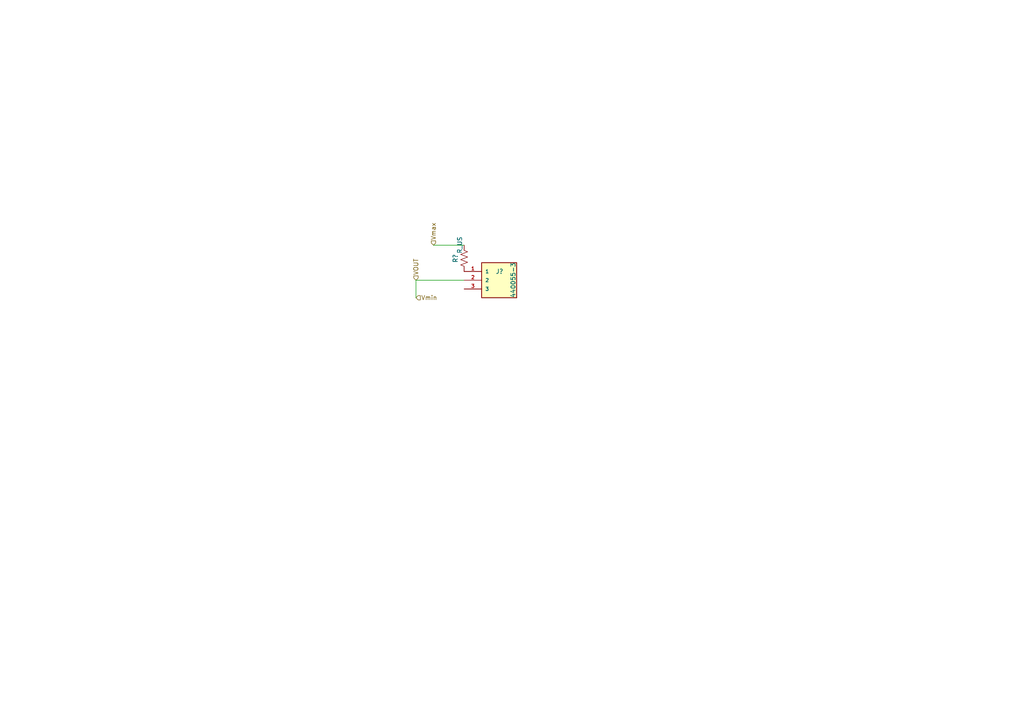
<source format=kicad_sch>
(kicad_sch (version 20211123) (generator eeschema)
  (paper "A4")
  (lib_symbols
    (symbol "CaelusPCB-rescue:440055-3-Launchbox-CaelusPCB-rescue-CaelusPCB-rescue" (pin_names (offset 1.016))
      (property "Reference" "J" (at -5.588 5.08 0))
      (property "Value" "440055-3-Launchbox-CaelusPCB-rescue-CaelusPCB-rescue" (at 0.762 -5.08 90))
      (symbol "440055-3-Launchbox-CaelusPCB-rescue-CaelusPCB-rescue_0_0"
        (rectangle (start -5.08 -5.08) (end 5.08 5.08) (stroke (width 0.254)) (fill (type background)))
        (pin passive line (at -10.16 2.54 0) (length 5.08) (name "1") (number "1"))
        (pin passive line (at -10.16 0 0) (length 5.08) (name "2") (number "2"))
        (pin passive line (at -10.16 -2.54 0) (length 5.08) (name "3") (number "3"))
      )
    )
    (symbol "Device:R_US" (pin_numbers hide) (pin_names (offset 0))
      (property "Reference" "R" (at 2.54 0 90))
      (property "Value" "R_US" (at -2.54 0 90))
      (symbol "R_US_0_1"
        (polyline (pts (xy 0 -2.286) (xy 0 -2.54)))
        (polyline (pts (xy 0 2.286) (xy 0 2.54)))
        (polyline (pts (xy 0 -0.762) (xy 1.016 -1.143) (xy 0 -1.524) (xy -1.016 -1.905) (xy 0 -2.286)))
        (polyline (pts (xy 0 0.762) (xy 1.016 0.381) (xy 0 0) (xy -1.016 -0.381) (xy 0 -0.762)))
        (polyline (pts (xy 0 2.286) (xy 1.016 1.905) (xy 0 1.524) (xy -1.016 1.143) (xy 0 0.762)))
      )
      (symbol "R_US_1_1"
        (pin passive line (at 0 3.81 270) (length 1.27) (name "~") (number "1"))
        (pin passive line (at 0 -3.81 90) (length 1.27) (name "~") (number "2"))
      )
    )
  )
  (wire (pts (xy 120.65 81.28) (xy 120.65 86.36)))
  (wire (pts (xy 125.73 71.12) (xy 134.62 71.12)))
  (wire (pts (xy 134.62 81.28) (xy 120.65 81.28)))
  (hierarchical_label "Vmin" (shape input) (at 120.65 86.36 0))
  (hierarchical_label "VOUT" (shape input) (at 120.65 81.28 90))
  (hierarchical_label "Vmax" (shape input) (at 125.73 71.12 90))
  (symbol (lib_id "Device:R_US") (at 134.62 74.93 180) (unit 1)
    (property "Reference" "R?" (at 132.08 73.66 90) (effects (justify left)))
    (property "Value" "R_US" (at 133.35 68.58 90) (effects (justify left)))
    (property "Footprint" "Resistor_THT:R_Axial_DIN0309_L9.0mm_D3.2mm_P12.70mm_Horizontal" (effects hide))
  )
  (symbol (lib_id "CaelusPCB-rescue:440055-3-Launchbox-CaelusPCB-rescue-CaelusPCB-rescue") (at 144.78 81.28 0) (unit 1)
    (property "Reference" "J?" (at 143.764 78.74 0) (effects (justify left)))
    (property "Value" "440055-3" (at 148.844 86.36 90) (effects (justify left)))
    (property "Footprint" "Launchbox:Crimp_Header" (effects hide))
  )
)
</source>
